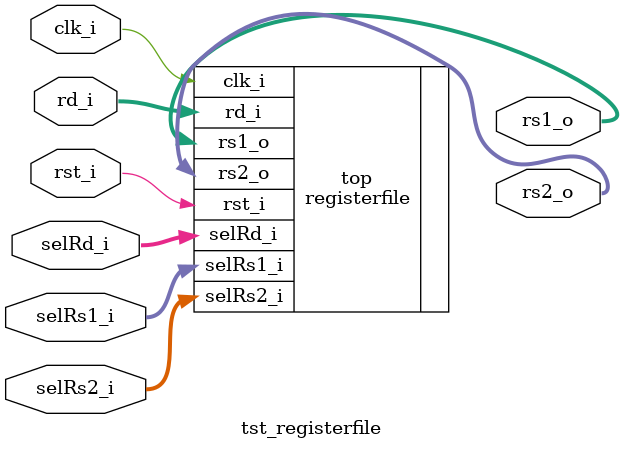
<source format=v>
`include "registerfile.v"
`timescale 1ns/1ns

module tst_registerfile (
    input clk_i,
    input rst_i,
    input [31:0] rd_i,
    output reg [31:0] rs1_o,
    output reg [31:0] rs2_o,
    input [4:0] selRd_i,
    input [4:0] selRs1_i,
    input [4:0] selRs2_i
   );

registerfile top(
    .clk_i(clk_i),
    .rst_i(rst_i),
    .rd_i(rd_i),
    .rs1_o(rs1_o),
    .rs2_o(rs2_o),
    .selRd_i(selRd_i),
    .selRs1_i(selRs1_i),
    .selRs2_i(selRs2_i)
);

initial begin
    $dumpfile("logs/vlt_dump.vcd");
    $dumpvars();
end

endmodule

</source>
